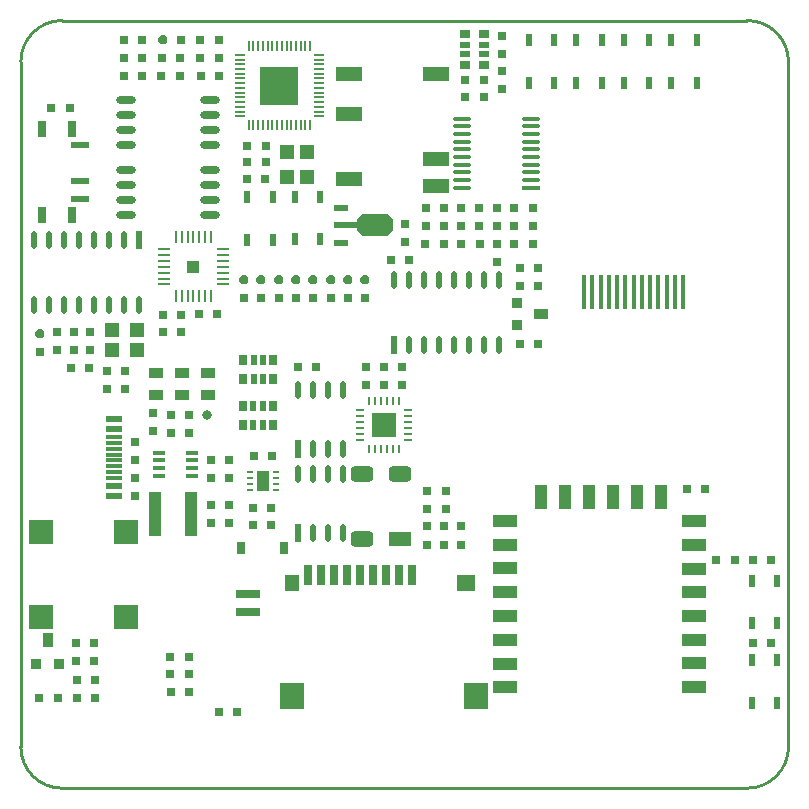
<source format=gtp>
G04*
G04 #@! TF.GenerationSoftware,Altium Limited,Altium Designer,20.2.6 (244)*
G04*
G04 Layer_Color=8421504*
%FSLAX25Y25*%
%MOIN*%
G70*
G04*
G04 #@! TF.SameCoordinates,53242240-AA46-4597-B95F-6874191C8742*
G04*
G04*
G04 #@! TF.FilePolarity,Positive*
G04*
G01*
G75*
%ADD12C,0.01000*%
%ADD23R,0.03000X0.03000*%
%ADD24O,0.06693X0.02362*%
%ADD25R,0.05709X0.02362*%
%ADD26R,0.05709X0.01181*%
%ADD27R,0.01575X0.11811*%
%ADD28R,0.07874X0.02756*%
%ADD29R,0.02362X0.03937*%
%ADD30R,0.12598X0.12598*%
%ADD31R,0.03543X0.00787*%
%ADD32R,0.00787X0.03543*%
%ADD33R,0.02165X0.00984*%
%ADD34R,0.03937X0.06693*%
%ADD35C,0.03150*%
%ADD36R,0.03000X0.03000*%
%ADD37R,0.05000X0.03500*%
%ADD38R,0.04331X0.14567*%
%ADD39P,0.03247X8X112.5*%
%ADD40O,0.01968X0.05906*%
%ADD41R,0.01968X0.05906*%
%ADD42R,0.01968X0.03543*%
%ADD43R,0.02559X0.03543*%
%ADD44R,0.09055X0.04724*%
%ADD45R,0.07874X0.03937*%
%ADD46R,0.03937X0.07874*%
%ADD47R,0.03150X0.03937*%
%ADD48R,0.03150X0.03937*%
%ADD49R,0.03543X0.01968*%
%ADD50R,0.03543X0.02559*%
%ADD51R,0.03937X0.01280*%
%ADD52P,0.03247X8X202.5*%
%ADD53O,0.00984X0.03150*%
%ADD54O,0.03150X0.00984*%
%ADD55R,0.07874X0.07874*%
%ADD56R,0.00984X0.03150*%
%ADD57R,0.03600X0.05000*%
%ADD58R,0.03600X0.03600*%
%ADD59R,0.07874X0.07874*%
G04:AMPARAMS|DCode=60|XSize=51.18mil|YSize=74.8mil|CornerRadius=12.8mil|HoleSize=0mil|Usage=FLASHONLY|Rotation=90.000|XOffset=0mil|YOffset=0mil|HoleType=Round|Shape=RoundedRectangle|*
%AMROUNDEDRECTD60*
21,1,0.05118,0.04921,0,0,90.0*
21,1,0.02559,0.07480,0,0,90.0*
1,1,0.02559,0.02461,0.01280*
1,1,0.02559,0.02461,-0.01280*
1,1,0.02559,-0.02461,-0.01280*
1,1,0.02559,-0.02461,0.01280*
%
%ADD60ROUNDEDRECTD60*%
%ADD61O,0.05906X0.01575*%
%ADD62R,0.02756X0.07087*%
%ADD63R,0.04724X0.05118*%
%ADD64R,0.03600X0.03600*%
%ADD65O,0.04331X0.00984*%
%ADD66R,0.03937X0.03937*%
%ADD67R,0.05118X0.04724*%
%ADD68R,0.04724X0.02362*%
%ADD69R,0.04331X0.00984*%
%ADD70O,0.00984X0.04331*%
%ADD71R,0.07480X0.05118*%
%ADD72R,0.04724X0.05512*%
%ADD73R,0.08000X0.08661*%
%ADD74R,0.06299X0.05512*%
%ADD75R,0.05906X0.02362*%
%ADD76R,0.03150X0.05512*%
%ADD77R,0.08268X0.02362*%
G04:AMPARAMS|DCode=78|XSize=70.87mil|YSize=118.11mil|CornerRadius=0mil|HoleSize=0mil|Usage=FLASHONLY|Rotation=90.000|XOffset=0mil|YOffset=0mil|HoleType=Round|Shape=Octagon|*
%AMOCTAGOND78*
4,1,8,-0.05906,-0.01772,-0.05906,0.01772,-0.04134,0.03543,0.04134,0.03543,0.05906,0.01772,0.05906,-0.01772,0.04134,-0.03543,-0.04134,-0.03543,-0.05906,-0.01772,0.0*
%
%ADD78OCTAGOND78*%

%ADD79R,0.05906X0.01575*%
%ADD80R,0.05000X0.03600*%
D12*
X255906Y242126D02*
G03*
X242126Y255906I-13780J0D01*
G01*
Y0D02*
G03*
X255906Y13780I0J13780D01*
G01*
X0D02*
G03*
X13780Y0I13780J0D01*
G01*
Y255906D02*
G03*
X0Y242126I0J-13780D01*
G01*
X13780Y0D02*
X242126D01*
X255906Y13780D02*
Y242126D01*
X13780Y255906D02*
X242126D01*
X0Y13780D02*
Y242126D01*
D23*
X69400Y94442D02*
D03*
Y88324D02*
D03*
X158800Y181459D02*
D03*
Y175341D02*
D03*
X80181Y163328D02*
D03*
X85962D02*
D03*
X103305D02*
D03*
X109086D02*
D03*
X74400D02*
D03*
X97524D02*
D03*
X91743D02*
D03*
X114867D02*
D03*
X69400Y103441D02*
D03*
Y109559D02*
D03*
X63500D02*
D03*
Y103441D02*
D03*
Y88323D02*
D03*
Y94442D02*
D03*
X44000Y125059D02*
D03*
Y118941D02*
D03*
X12000Y145941D02*
D03*
Y152059D02*
D03*
X6500Y145398D02*
D03*
X134967Y187441D02*
D03*
Y193559D02*
D03*
X121000Y134441D02*
D03*
Y140559D02*
D03*
X115000Y134441D02*
D03*
Y140559D02*
D03*
X127000Y134441D02*
D03*
Y140559D02*
D03*
X152867Y193559D02*
D03*
Y187441D02*
D03*
X18500Y48559D02*
D03*
Y42441D02*
D03*
X24500Y48559D02*
D03*
Y42441D02*
D03*
X38000Y109341D02*
D03*
Y97441D02*
D03*
X135500Y87259D02*
D03*
X34700Y132941D02*
D03*
X28700D02*
D03*
X17600Y145941D02*
D03*
X23200D02*
D03*
X146900Y187441D02*
D03*
X128200Y182041D02*
D03*
X160400Y250759D02*
D03*
Y244641D02*
D03*
Y232941D02*
D03*
Y239059D02*
D03*
X128200Y188159D02*
D03*
X158833Y187441D02*
D03*
Y193559D02*
D03*
X146900D02*
D03*
X28700Y139059D02*
D03*
X34700D02*
D03*
X23200Y152059D02*
D03*
X17600D02*
D03*
X135500Y81141D02*
D03*
X146833D02*
D03*
Y87259D02*
D03*
X140933Y193559D02*
D03*
Y187441D02*
D03*
X141167Y81141D02*
D03*
Y87259D02*
D03*
X38000Y115459D02*
D03*
Y103559D02*
D03*
D24*
X35024Y206000D02*
D03*
Y201000D02*
D03*
Y196000D02*
D03*
Y191000D02*
D03*
X62976Y206000D02*
D03*
Y201000D02*
D03*
Y196000D02*
D03*
Y191000D02*
D03*
X35024Y229500D02*
D03*
Y224500D02*
D03*
Y219500D02*
D03*
Y214500D02*
D03*
X62976Y229500D02*
D03*
Y224500D02*
D03*
Y219500D02*
D03*
Y214500D02*
D03*
D25*
X31102Y119882D02*
D03*
Y122933D02*
D03*
Y100591D02*
D03*
Y97539D02*
D03*
D26*
Y117126D02*
D03*
Y111221D02*
D03*
Y113189D02*
D03*
Y115157D02*
D03*
Y103347D02*
D03*
Y109252D02*
D03*
Y107283D02*
D03*
Y105315D02*
D03*
D27*
X187765Y165400D02*
D03*
X196032D02*
D03*
X193276D02*
D03*
X190521D02*
D03*
X201544D02*
D03*
X198788D02*
D03*
X220835D02*
D03*
X215324D02*
D03*
X212568D02*
D03*
X204300D02*
D03*
X218079D02*
D03*
X209812D02*
D03*
X207056D02*
D03*
D28*
X75885Y58747D02*
D03*
Y64653D02*
D03*
D29*
X91268Y182913D02*
D03*
X99732Y197087D02*
D03*
X91268D02*
D03*
X99732Y182913D02*
D03*
X83965Y197000D02*
D03*
X75500Y182827D02*
D03*
X83965D02*
D03*
X75500Y197000D02*
D03*
X243768Y54913D02*
D03*
X252232Y69087D02*
D03*
X243768D02*
D03*
X252232Y54913D02*
D03*
X216868Y235213D02*
D03*
X225332Y249387D02*
D03*
X216868D02*
D03*
X225332Y235213D02*
D03*
X201034D02*
D03*
X209499Y249387D02*
D03*
X201034D02*
D03*
X209499Y235213D02*
D03*
X185201D02*
D03*
X193666Y249387D02*
D03*
X185201D02*
D03*
X193666Y235213D02*
D03*
X169368D02*
D03*
X177832Y249387D02*
D03*
X169368D02*
D03*
X177832Y235213D02*
D03*
X243768Y28413D02*
D03*
X252232Y42587D02*
D03*
X243768D02*
D03*
X252232Y28413D02*
D03*
D30*
X86213Y234213D02*
D03*
D31*
X72925Y223976D02*
D03*
Y225551D02*
D03*
Y227126D02*
D03*
Y228701D02*
D03*
Y230276D02*
D03*
Y231850D02*
D03*
Y233425D02*
D03*
Y235000D02*
D03*
Y236575D02*
D03*
Y238150D02*
D03*
Y239724D02*
D03*
Y241299D02*
D03*
Y242874D02*
D03*
Y244449D02*
D03*
X99500D02*
D03*
Y242874D02*
D03*
Y241299D02*
D03*
Y239724D02*
D03*
Y238150D02*
D03*
Y236575D02*
D03*
Y235000D02*
D03*
Y233425D02*
D03*
Y231850D02*
D03*
Y230276D02*
D03*
Y228701D02*
D03*
Y227126D02*
D03*
Y225551D02*
D03*
Y223976D02*
D03*
D32*
X75976Y247500D02*
D03*
X77551D02*
D03*
X79126D02*
D03*
X80701D02*
D03*
X82276D02*
D03*
X83850D02*
D03*
X85425D02*
D03*
X87000D02*
D03*
X88575D02*
D03*
X90150D02*
D03*
X91724D02*
D03*
X93299D02*
D03*
X94874D02*
D03*
X96449D02*
D03*
Y220925D02*
D03*
X94874D02*
D03*
X93299D02*
D03*
X91724D02*
D03*
X90150D02*
D03*
X88575D02*
D03*
X87000D02*
D03*
X85425D02*
D03*
X83850D02*
D03*
X82276D02*
D03*
X80701D02*
D03*
X79126D02*
D03*
X77551D02*
D03*
X75976D02*
D03*
D33*
X84972Y103484D02*
D03*
Y101516D02*
D03*
Y105453D02*
D03*
Y99547D02*
D03*
X76310Y103484D02*
D03*
Y99547D02*
D03*
Y105453D02*
D03*
Y101516D02*
D03*
D34*
X80641Y102500D02*
D03*
D35*
X62177Y124500D02*
D03*
D36*
X56059D02*
D03*
X49941D02*
D03*
X12318Y30100D02*
D03*
X6200D02*
D03*
X123341Y176000D02*
D03*
X129459D02*
D03*
X83559Y93500D02*
D03*
X77441D02*
D03*
X83559Y87600D02*
D03*
X77441D02*
D03*
X141641Y93100D02*
D03*
X135523D02*
D03*
Y99000D02*
D03*
X141641D02*
D03*
X56059Y118500D02*
D03*
X49941D02*
D03*
X53559Y249500D02*
D03*
X34382Y249500D02*
D03*
X40500D02*
D03*
X53059Y243400D02*
D03*
X59841Y243500D02*
D03*
Y249500D02*
D03*
X59941Y237500D02*
D03*
X75500Y208600D02*
D03*
Y214200D02*
D03*
X16359Y226600D02*
D03*
X56059Y32200D02*
D03*
X22759Y140000D02*
D03*
X53459Y157900D02*
D03*
X59441Y158000D02*
D03*
X83700Y110600D02*
D03*
X166441Y148000D02*
D03*
X98500Y140500D02*
D03*
X228218Y99600D02*
D03*
X222100D02*
D03*
X154359Y230400D02*
D03*
X148241D02*
D03*
Y236000D02*
D03*
X154359D02*
D03*
X92382Y140500D02*
D03*
X172559Y148000D02*
D03*
X77582Y110600D02*
D03*
X243941Y48500D02*
D03*
X250059D02*
D03*
X231882Y76000D02*
D03*
X238000D02*
D03*
X34441Y237500D02*
D03*
X40559D02*
D03*
X16641Y140000D02*
D03*
X53459Y152100D02*
D03*
X47341D02*
D03*
Y157900D02*
D03*
X65559Y158000D02*
D03*
X250118Y76000D02*
D03*
X244000D02*
D03*
X66059Y237500D02*
D03*
X46941Y243400D02*
D03*
X65959Y249500D02*
D03*
Y243500D02*
D03*
X81618Y214200D02*
D03*
Y208600D02*
D03*
X10241Y226600D02*
D03*
X170680Y181500D02*
D03*
X164562D02*
D03*
X170680Y187500D02*
D03*
X164562D02*
D03*
X146841Y181500D02*
D03*
X152959D02*
D03*
X134882D02*
D03*
X141000D02*
D03*
X164562Y193500D02*
D03*
X170680D02*
D03*
X81559Y203000D02*
D03*
X75441D02*
D03*
X53016Y237500D02*
D03*
X46898D02*
D03*
X34441Y243500D02*
D03*
X40559D02*
D03*
X166441Y167500D02*
D03*
X172559D02*
D03*
X166441Y173500D02*
D03*
X172559D02*
D03*
X49841Y38100D02*
D03*
X55959D02*
D03*
X18741Y30100D02*
D03*
X24859D02*
D03*
X72059Y25500D02*
D03*
X65941D02*
D03*
X56018Y43867D02*
D03*
X49900D02*
D03*
X24859Y36200D02*
D03*
X18741D02*
D03*
X49941Y32200D02*
D03*
D37*
X53750Y138551D02*
D03*
Y131070D02*
D03*
X62300D02*
D03*
Y138551D02*
D03*
X45100Y131070D02*
D03*
Y138551D02*
D03*
D38*
X56705Y91300D02*
D03*
X44894D02*
D03*
D39*
X80181Y169447D02*
D03*
X85962D02*
D03*
X103305D02*
D03*
X109086D02*
D03*
X74400D02*
D03*
X97524D02*
D03*
X91743D02*
D03*
X114867D02*
D03*
X6500Y151516D02*
D03*
D40*
X159500Y169335D02*
D03*
X154500D02*
D03*
X149500D02*
D03*
X144500D02*
D03*
X139500D02*
D03*
X134500D02*
D03*
X129500D02*
D03*
X124500D02*
D03*
X159500Y147665D02*
D03*
X154500D02*
D03*
X149500D02*
D03*
X144500D02*
D03*
X139500D02*
D03*
X134500D02*
D03*
X129500D02*
D03*
X97500Y113157D02*
D03*
X102500D02*
D03*
X107500D02*
D03*
X92500Y132843D02*
D03*
X97500D02*
D03*
X102500D02*
D03*
X107500D02*
D03*
X97500Y85158D02*
D03*
X102500D02*
D03*
X107500D02*
D03*
X92500Y104842D02*
D03*
X97500D02*
D03*
X102500D02*
D03*
X107500D02*
D03*
X4500Y161165D02*
D03*
X9500D02*
D03*
X19500D02*
D03*
X34500Y182835D02*
D03*
X29500D02*
D03*
X24500D02*
D03*
X19500D02*
D03*
X14500D02*
D03*
X9500D02*
D03*
X4500D02*
D03*
X39500Y161165D02*
D03*
X34500D02*
D03*
X29500D02*
D03*
X24500D02*
D03*
X14500D02*
D03*
D41*
X124500Y147665D02*
D03*
X92500Y113157D02*
D03*
Y85158D02*
D03*
X39500Y182835D02*
D03*
D42*
X80775Y136450D02*
D03*
X77625D02*
D03*
X80675Y121201D02*
D03*
X77525D02*
D03*
X77625Y142750D02*
D03*
X80775D02*
D03*
X77525Y127500D02*
D03*
X80675D02*
D03*
D43*
X74161Y136450D02*
D03*
X84239D02*
D03*
X74061Y121201D02*
D03*
X84139D02*
D03*
X74161Y142750D02*
D03*
X84239D02*
D03*
X74061Y127500D02*
D03*
X84139D02*
D03*
D44*
X138500Y238181D02*
D03*
X109500D02*
D03*
Y224796D02*
D03*
X138500Y209835D02*
D03*
Y200780D02*
D03*
X109500Y203142D02*
D03*
D45*
X161508Y33752D02*
D03*
Y41547D02*
D03*
Y89106D02*
D03*
Y81075D02*
D03*
X224500Y81035D02*
D03*
Y73201D02*
D03*
Y65287D02*
D03*
Y57256D02*
D03*
Y49500D02*
D03*
Y41626D02*
D03*
Y33870D02*
D03*
X161508Y49500D02*
D03*
Y57295D02*
D03*
Y65405D02*
D03*
Y73358D02*
D03*
X224500Y88949D02*
D03*
D46*
X213421Y97163D02*
D03*
X205421D02*
D03*
X197500D02*
D03*
X189421D02*
D03*
X181421D02*
D03*
X173421D02*
D03*
D47*
X73500Y80100D02*
D03*
D48*
X87900D02*
D03*
D49*
X148150Y247816D02*
D03*
Y244666D02*
D03*
X154450Y247816D02*
D03*
Y244666D02*
D03*
D50*
X148150Y241201D02*
D03*
Y251280D02*
D03*
X154450D02*
D03*
Y241201D02*
D03*
D51*
X57000Y106720D02*
D03*
Y104161D02*
D03*
X46000D02*
D03*
Y106720D02*
D03*
Y109280D02*
D03*
Y111839D02*
D03*
X57000Y109280D02*
D03*
Y111839D02*
D03*
D52*
X47441Y249500D02*
D03*
D53*
X125984Y113189D02*
D03*
X124016D02*
D03*
X122047D02*
D03*
X120079D02*
D03*
X118110D02*
D03*
Y128937D02*
D03*
X120079D02*
D03*
X122047D02*
D03*
X124016D02*
D03*
X125984D02*
D03*
X116142D02*
D03*
D54*
X128937Y125984D02*
D03*
Y122047D02*
D03*
Y118110D02*
D03*
Y116142D02*
D03*
X113189D02*
D03*
Y118110D02*
D03*
Y120079D02*
D03*
Y122047D02*
D03*
Y124016D02*
D03*
Y125984D02*
D03*
X128937Y120079D02*
D03*
Y124016D02*
D03*
D55*
X121063Y121063D02*
D03*
D56*
X116142Y113189D02*
D03*
D57*
X9001Y49500D02*
D03*
D58*
X12701Y41500D02*
D03*
X5201D02*
D03*
D59*
X35073Y85373D02*
D03*
Y57027D02*
D03*
X6727D02*
D03*
Y85373D02*
D03*
D60*
X126299Y104827D02*
D03*
X113701D02*
D03*
Y83173D02*
D03*
D61*
X147000Y202764D02*
D03*
Y223236D02*
D03*
Y220677D02*
D03*
Y218118D02*
D03*
Y215559D02*
D03*
Y213000D02*
D03*
Y210441D02*
D03*
Y207882D02*
D03*
Y205323D02*
D03*
Y200205D02*
D03*
X170228Y223236D02*
D03*
Y220677D02*
D03*
Y218118D02*
D03*
Y215559D02*
D03*
Y213000D02*
D03*
Y210441D02*
D03*
Y207882D02*
D03*
Y205323D02*
D03*
Y202764D02*
D03*
D62*
X108677Y71000D02*
D03*
X95685D02*
D03*
X100016D02*
D03*
X104347D02*
D03*
X113008D02*
D03*
X117339D02*
D03*
X121669D02*
D03*
X126000D02*
D03*
X130331D02*
D03*
D63*
X88653Y203866D02*
D03*
X95346Y212134D02*
D03*
Y203866D02*
D03*
X88653Y212134D02*
D03*
D64*
X165500Y154299D02*
D03*
Y161799D02*
D03*
D65*
X47721Y175811D02*
D03*
Y177779D02*
D03*
Y173843D02*
D03*
Y171874D02*
D03*
Y169905D02*
D03*
Y167937D02*
D03*
X67405D02*
D03*
Y169905D02*
D03*
Y171874D02*
D03*
Y173843D02*
D03*
Y175811D02*
D03*
Y177779D02*
D03*
Y179748D02*
D03*
D66*
X57563Y173843D02*
D03*
D67*
X38634Y146153D02*
D03*
X30366Y152847D02*
D03*
Y146153D02*
D03*
X38634Y152847D02*
D03*
D68*
X106600Y181689D02*
D03*
Y193500D02*
D03*
D69*
X47721Y179748D02*
D03*
D70*
X53626Y164000D02*
D03*
X55594D02*
D03*
X57563D02*
D03*
X59531D02*
D03*
X61500D02*
D03*
X63468D02*
D03*
X51657D02*
D03*
X63468Y183685D02*
D03*
X61500D02*
D03*
X59531D02*
D03*
X57563D02*
D03*
X55594D02*
D03*
X53626D02*
D03*
X51657D02*
D03*
D71*
X126299Y83173D02*
D03*
D72*
X90567Y68532D02*
D03*
D73*
X90567Y30736D02*
D03*
X151591D02*
D03*
D74*
X148441Y68532D02*
D03*
D75*
X19858Y196542D02*
D03*
Y202447D02*
D03*
Y214258D02*
D03*
D76*
X16921Y191030D02*
D03*
X7079D02*
D03*
Y219770D02*
D03*
X16921D02*
D03*
D77*
X108293Y187594D02*
D03*
D78*
X118093D02*
D03*
D79*
X170228Y200205D02*
D03*
D80*
X173500Y157999D02*
D03*
M02*

</source>
